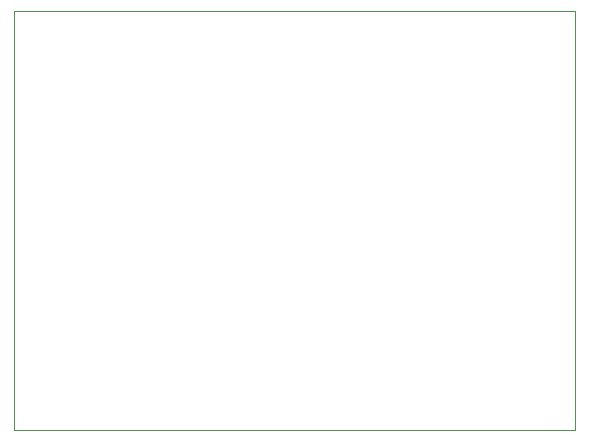
<source format=gbr>
%TF.GenerationSoftware,KiCad,Pcbnew,9.0.7*%
%TF.CreationDate,2026-01-12T11:45:58+08:00*%
%TF.ProjectId,Motherboard,4d6f7468-6572-4626-9f61-72642e6b6963,rev?*%
%TF.SameCoordinates,Original*%
%TF.FileFunction,Profile,NP*%
%FSLAX46Y46*%
G04 Gerber Fmt 4.6, Leading zero omitted, Abs format (unit mm)*
G04 Created by KiCad (PCBNEW 9.0.7) date 2026-01-12 11:45:58*
%MOMM*%
%LPD*%
G01*
G04 APERTURE LIST*
%TA.AperFunction,Profile*%
%ADD10C,0.050000*%
%TD*%
G04 APERTURE END LIST*
D10*
X85500000Y-111500000D02*
X85500000Y-147000000D01*
X133000000Y-111500000D02*
X85500000Y-111500000D01*
X133000000Y-147000000D02*
X133000000Y-111500000D01*
X85500000Y-147000000D02*
X133000000Y-147000000D01*
M02*

</source>
